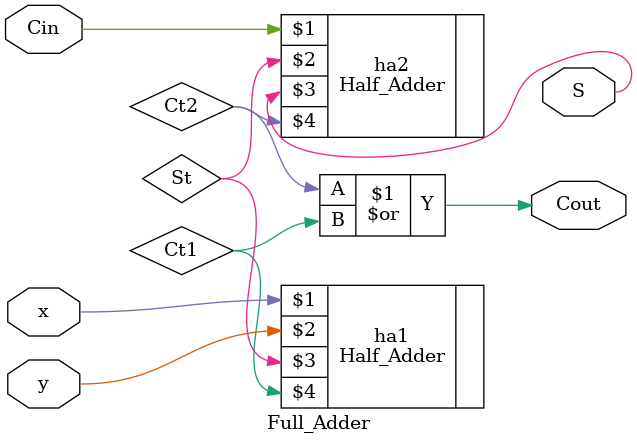
<source format=v>
`timescale 1ns / 1ps


module Full_Adder(
    input x,
    input y,
    input Cin,
    output S,
    output Cout
    );
    
    wire St,Ct1,Ct2;
    
    Half_Adder ha1(x ,y ,St ,Ct1);
    Half_Adder ha2(Cin, St, S, Ct2);
    
    assign Cout = Ct2 | Ct1;
endmodule

</source>
